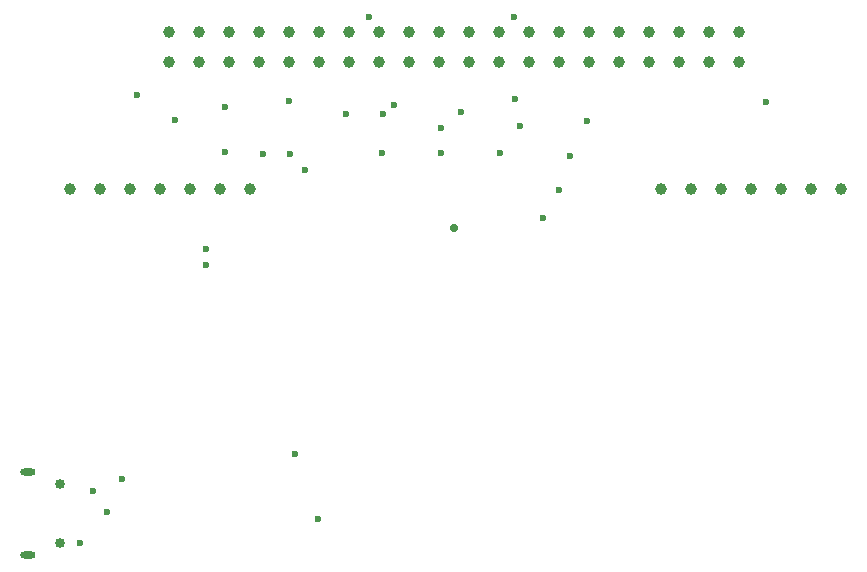
<source format=gbr>
%TF.GenerationSoftware,KiCad,Pcbnew,7.0.8-7.0.8~ubuntu23.04.1*%
%TF.CreationDate,2023-11-21T11:50:57+00:00*%
%TF.ProjectId,baggerdails,62616767-6572-4646-9169-6c732e6b6963,rev?*%
%TF.SameCoordinates,Original*%
%TF.FileFunction,Plated,1,2,PTH,Mixed*%
%TF.FilePolarity,Positive*%
%FSLAX46Y46*%
G04 Gerber Fmt 4.6, Leading zero omitted, Abs format (unit mm)*
G04 Created by KiCad (PCBNEW 7.0.8-7.0.8~ubuntu23.04.1) date 2023-11-21 11:50:57*
%MOMM*%
%LPD*%
G01*
G04 APERTURE LIST*
%TA.AperFunction,ViaDrill*%
%ADD10C,0.600000*%
%TD*%
G04 aperture for slot hole*
%TA.AperFunction,ComponentDrill*%
%ADD11O,1.300000X0.600000*%
%TD*%
%TA.AperFunction,ViaDrill*%
%ADD12C,0.700000*%
%TD*%
%TA.AperFunction,ComponentDrill*%
%ADD13C,0.850000*%
%TD*%
%TA.AperFunction,ComponentDrill*%
%ADD14C,1.000000*%
%TD*%
G04 APERTURE END LIST*
D10*
X100800000Y-89500000D03*
X101900000Y-85100000D03*
X103100000Y-86900000D03*
X104400000Y-84100000D03*
X105634931Y-51534931D03*
X108900000Y-53700000D03*
X111500000Y-66000000D03*
X111510000Y-64574700D03*
X113100000Y-52600000D03*
X113100000Y-56400000D03*
X116300000Y-56600000D03*
X118500000Y-52100000D03*
X118600000Y-56600000D03*
X119000000Y-82000000D03*
X119900000Y-57900000D03*
X121000000Y-87500000D03*
X123400000Y-53200000D03*
X125300000Y-44973400D03*
X126400000Y-56500000D03*
X126500000Y-53200000D03*
X127400000Y-52400000D03*
X131400000Y-54400000D03*
X131400000Y-56500000D03*
X133100000Y-53000000D03*
X136400000Y-56500000D03*
X137600000Y-45000000D03*
X137700000Y-51900000D03*
X138100000Y-54200000D03*
X140010000Y-62000000D03*
X141400000Y-59600000D03*
X142300000Y-56700000D03*
X143737400Y-53737400D03*
X158900000Y-52200000D03*
D11*
%TO.C,J102*%
X96462500Y-83500000D03*
X96462500Y-90500000D03*
%TD*%
D12*
X132501000Y-62800000D03*
D13*
%TO.C,J102*%
X99162500Y-84500000D03*
X99162500Y-89500000D03*
D14*
%TO.C,J103*%
X100000000Y-59500000D03*
X102540000Y-59500000D03*
X105080000Y-59500000D03*
X107620000Y-59500000D03*
%TO.C,J101*%
X108370000Y-46230000D03*
X108370000Y-48770000D03*
%TO.C,J103*%
X110160000Y-59500000D03*
%TO.C,J101*%
X110910000Y-46230000D03*
X110910000Y-48770000D03*
%TO.C,J103*%
X112700000Y-59500000D03*
%TO.C,J101*%
X113450000Y-46230000D03*
X113450000Y-48770000D03*
%TO.C,J103*%
X115240000Y-59500000D03*
%TO.C,J101*%
X115990000Y-46230000D03*
X115990000Y-48770000D03*
X118530000Y-46230000D03*
X118530000Y-48770000D03*
X121070000Y-46230000D03*
X121070000Y-48770000D03*
X123610000Y-46230000D03*
X123610000Y-48770000D03*
X126150000Y-46230000D03*
X126150000Y-48770000D03*
X128690000Y-46230000D03*
X128690000Y-48770000D03*
X131230000Y-46230000D03*
X131230000Y-48770000D03*
X133770000Y-46230000D03*
X133770000Y-48770000D03*
X136310000Y-46230000D03*
X136310000Y-48770000D03*
X138850000Y-46230000D03*
X138850000Y-48770000D03*
X141390000Y-46230000D03*
X141390000Y-48770000D03*
X143930000Y-46230000D03*
X143930000Y-48770000D03*
X146470000Y-46230000D03*
X146470000Y-48770000D03*
X149010000Y-46230000D03*
X149010000Y-48770000D03*
%TO.C,J104*%
X150000000Y-59500000D03*
%TO.C,J101*%
X151550000Y-46230000D03*
X151550000Y-48770000D03*
%TO.C,J104*%
X152540000Y-59500000D03*
%TO.C,J101*%
X154090000Y-46230000D03*
X154090000Y-48770000D03*
%TO.C,J104*%
X155080000Y-59500000D03*
%TO.C,J101*%
X156630000Y-46230000D03*
X156630000Y-48770000D03*
%TO.C,J104*%
X157620000Y-59500000D03*
X160160000Y-59500000D03*
X162700000Y-59500000D03*
X165240000Y-59500000D03*
M02*

</source>
